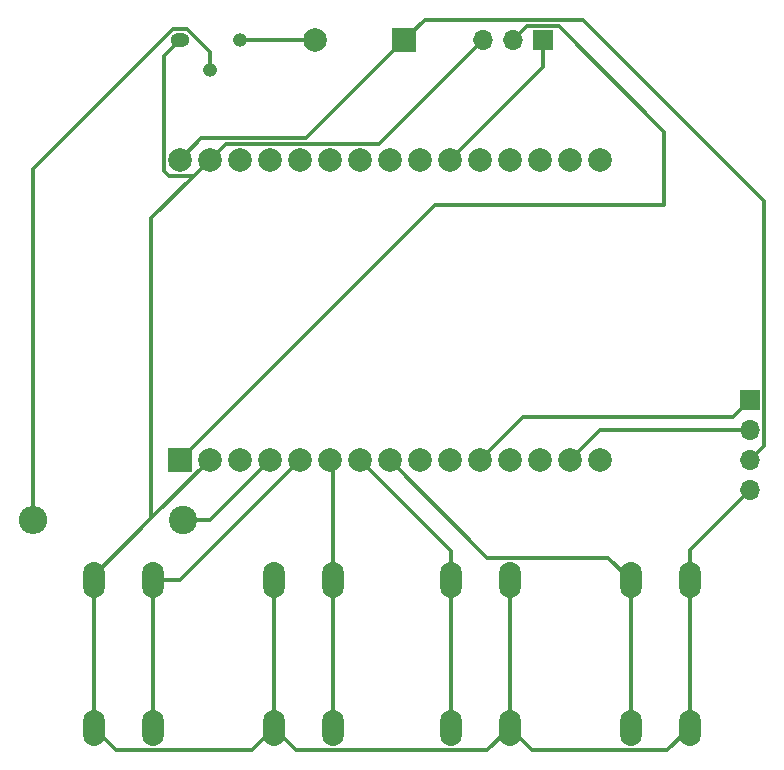
<source format=gbr>
%TF.GenerationSoftware,KiCad,Pcbnew,7.0.9*%
%TF.CreationDate,2023-11-28T22:12:24-05:00*%
%TF.ProjectId,h,682e6b69-6361-4645-9f70-636258585858,rev?*%
%TF.SameCoordinates,Original*%
%TF.FileFunction,Copper,L2,Bot*%
%TF.FilePolarity,Positive*%
%FSLAX46Y46*%
G04 Gerber Fmt 4.6, Leading zero omitted, Abs format (unit mm)*
G04 Created by KiCad (PCBNEW 7.0.9) date 2023-11-28 22:12:24*
%MOMM*%
%LPD*%
G01*
G04 APERTURE LIST*
%TA.AperFunction,ComponentPad*%
%ADD10O,1.850000X3.048000*%
%TD*%
%TA.AperFunction,ComponentPad*%
%ADD11C,2.400000*%
%TD*%
%TA.AperFunction,ComponentPad*%
%ADD12O,2.400000X2.400000*%
%TD*%
%TA.AperFunction,ComponentPad*%
%ADD13C,2.000000*%
%TD*%
%TA.AperFunction,ComponentPad*%
%ADD14R,2.000000X2.000000*%
%TD*%
%TA.AperFunction,ComponentPad*%
%ADD15O,1.200000X1.200000*%
%TD*%
%TA.AperFunction,ComponentPad*%
%ADD16O,1.600000X1.200000*%
%TD*%
%TA.AperFunction,ComponentPad*%
%ADD17O,1.700000X1.700000*%
%TD*%
%TA.AperFunction,ComponentPad*%
%ADD18R,1.700000X1.700000*%
%TD*%
%TA.AperFunction,Conductor*%
%ADD19C,0.300000*%
%TD*%
G04 APERTURE END LIST*
D10*
%TO.P,SW1,2,2*%
%TO.N,GND*%
X109300000Y-121720000D03*
X109300000Y-109220000D03*
%TO.P,SW1,1,1*%
%TO.N,/D4*%
X114300000Y-121720000D03*
X114300000Y-109220000D03*
%TD*%
D11*
%TO.P,R2,1*%
%TO.N,/D2*%
X116840000Y-104140000D03*
D12*
%TO.P,R2,2*%
%TO.N,Net-(Q1-B)*%
X104140000Y-104140000D03*
%TD*%
D13*
%TO.P,U1,16,EN*%
%TO.N,unconnected-(U1-EN-Pad16)*%
X152125000Y-73660000D03*
%TO.P,U1,17,VP*%
%TO.N,unconnected-(U1-VP-Pad17)*%
X149585000Y-73660000D03*
%TO.P,U1,18,VN*%
%TO.N,unconnected-(U1-VN-Pad18)*%
X147045000Y-73660000D03*
%TO.P,U1,19,D34*%
%TO.N,unconnected-(U1-D34-Pad19)*%
X144505000Y-73660000D03*
%TO.P,U1,20,D35*%
%TO.N,unconnected-(U1-D35-Pad20)*%
X141965000Y-73660000D03*
%TO.P,U1,21,D32*%
%TO.N,/D32*%
X139425000Y-73660000D03*
%TO.P,U1,22,D33*%
%TO.N,unconnected-(U1-D33-Pad22)*%
X136885000Y-73660000D03*
%TO.P,U1,23,D25*%
%TO.N,unconnected-(U1-D25-Pad23)*%
X134345000Y-73660000D03*
%TO.P,U1,24,D26*%
%TO.N,unconnected-(U1-D26-Pad24)*%
X131805000Y-73660000D03*
%TO.P,U1,25,D27*%
%TO.N,unconnected-(U1-D27-Pad25)*%
X129265000Y-73660000D03*
%TO.P,U1,26,D14*%
%TO.N,/D14*%
X126725000Y-73660000D03*
%TO.P,U1,27,D12*%
%TO.N,unconnected-(U1-D12-Pad27)*%
X124185000Y-73660000D03*
%TO.P,U1,28,D13*%
%TO.N,unconnected-(U1-D13-Pad28)*%
X121645000Y-73660000D03*
%TO.P,U1,29,GND*%
%TO.N,GND*%
X119105000Y-73660000D03*
%TO.P,U1,30,VIN*%
%TO.N,+5V*%
X116565000Y-73660000D03*
%TO.P,U1,15,D23*%
%TO.N,unconnected-(U1-D23-Pad15)*%
X152125000Y-99060000D03*
%TO.P,U1,14,D22*%
%TO.N,/D22*%
X149585000Y-99060000D03*
%TO.P,U1,13,TX0*%
%TO.N,unconnected-(U1-TX0-Pad13)*%
X147045000Y-99060000D03*
%TO.P,U1,12,RX0*%
%TO.N,unconnected-(U1-RX0-Pad12)*%
X144505000Y-99060000D03*
%TO.P,U1,11,D21*%
%TO.N,/D21*%
X141965000Y-99060000D03*
%TO.P,U1,10,D19*%
%TO.N,unconnected-(U1-D19-Pad10)*%
X139425000Y-99060000D03*
%TO.P,U1,9,D18*%
%TO.N,unconnected-(U1-D18-Pad9)*%
X136885000Y-99060000D03*
%TO.P,U1,8,D5*%
%TO.N,/D5*%
X134345000Y-99060000D03*
%TO.P,U1,7,TX2*%
%TO.N,/D17*%
X131805000Y-99060000D03*
%TO.P,U1,6,RX2*%
%TO.N,/D16*%
X129265000Y-99060000D03*
%TO.P,U1,5,D4*%
%TO.N,/D4*%
X126725000Y-99060000D03*
%TO.P,U1,4,D2*%
%TO.N,/D2*%
X124185000Y-99060000D03*
%TO.P,U1,3,D15*%
%TO.N,unconnected-(U1-D15-Pad3)*%
X121645000Y-99060000D03*
%TO.P,U1,2,GND*%
%TO.N,GND*%
X119105000Y-99060000D03*
D14*
%TO.P,U1,1,3V3*%
%TO.N,+3.3V*%
X116565000Y-99060000D03*
%TD*%
D10*
%TO.P,SW4,2,2*%
%TO.N,GND*%
X159745000Y-109220000D03*
X159745000Y-121720000D03*
%TO.P,SW4,1,1*%
%TO.N,/D5*%
X154745000Y-109220000D03*
X154745000Y-121720000D03*
%TD*%
%TO.P,SW3,2,2*%
%TO.N,GND*%
X144505000Y-109220000D03*
X144505000Y-121720000D03*
%TO.P,SW3,1,1*%
%TO.N,/D17*%
X139505000Y-109220000D03*
X139505000Y-121720000D03*
%TD*%
%TO.P,SW2,2,2*%
%TO.N,GND*%
X124540000Y-121720000D03*
X124540000Y-109220000D03*
%TO.P,SW2,1,1*%
%TO.N,/D16*%
X129540000Y-121720000D03*
X129540000Y-109220000D03*
%TD*%
D15*
%TO.P,Q1,3,C*%
%TO.N,Net-(BZ1-+)*%
X121645000Y-63500000D03*
%TO.P,Q1,2,B*%
%TO.N,Net-(Q1-B)*%
X119105000Y-66040000D03*
D16*
%TO.P,Q1,1,E*%
%TO.N,GND*%
X116565000Y-63500000D03*
%TD*%
D17*
%TO.P,J1,4,Pin_4*%
%TO.N,GND*%
X164825000Y-101600000D03*
%TO.P,J1,3,Pin_3*%
%TO.N,+5V*%
X164825000Y-99060000D03*
%TO.P,J1,2,Pin_2*%
%TO.N,/D22*%
X164825000Y-96520000D03*
D18*
%TO.P,J1,1,Pin_1*%
%TO.N,/D21*%
X164825000Y-93980000D03*
%TD*%
D13*
%TO.P,BZ1,2,+*%
%TO.N,Net-(BZ1-+)*%
X128005000Y-63500000D03*
D14*
%TO.P,BZ1,1,-*%
%TO.N,+5V*%
X135605000Y-63500000D03*
%TD*%
D17*
%TO.P,A1,3,GND*%
%TO.N,GND*%
X142240000Y-63500000D03*
%TO.P,A1,2,VOUT*%
%TO.N,+3.3V*%
X144780000Y-63500000D03*
D18*
%TO.P,A1,1,+VS*%
%TO.N,/D32*%
X147320000Y-63500000D03*
%TD*%
D19*
%TO.N,GND*%
X114162500Y-78602500D02*
X114162500Y-104002500D01*
X117755000Y-75010000D02*
X114162500Y-78602500D01*
X114162500Y-104002500D02*
X119105000Y-99060000D01*
X109300000Y-108865000D02*
X114162500Y-104002500D01*
%TO.N,Net-(Q1-B)*%
X104140000Y-74381497D02*
X104140000Y-104140000D01*
X115971497Y-62550000D02*
X104140000Y-74381497D01*
X117158503Y-62550000D02*
X115971497Y-62550000D01*
X119105000Y-64496497D02*
X117158503Y-62550000D01*
X119105000Y-66040000D02*
X119105000Y-64496497D01*
%TO.N,/D21*%
X163385000Y-95420000D02*
X145605000Y-95420000D01*
X145605000Y-95420000D02*
X141965000Y-99060000D01*
X164825000Y-93980000D02*
X163385000Y-95420000D01*
%TO.N,/D22*%
X152125000Y-96520000D02*
X149585000Y-99060000D01*
X164825000Y-96520000D02*
X152125000Y-96520000D01*
%TO.N,+5V*%
X166025000Y-77125000D02*
X166025000Y-97860000D01*
X166025000Y-97860000D02*
X164825000Y-99060000D01*
X150700000Y-61800000D02*
X166025000Y-77125000D01*
X137305000Y-61800000D02*
X150700000Y-61800000D01*
X135605000Y-63500000D02*
X137305000Y-61800000D01*
%TO.N,GND*%
X115650000Y-75010000D02*
X117755000Y-75010000D01*
X115215000Y-74575000D02*
X115650000Y-75010000D01*
X115215000Y-64850000D02*
X115215000Y-74575000D01*
X117755000Y-75010000D02*
X119105000Y-73660000D01*
X116565000Y-63500000D02*
X115215000Y-64850000D01*
%TO.N,+5V*%
X118415000Y-71810000D02*
X116565000Y-73660000D01*
X127295000Y-71810000D02*
X118415000Y-71810000D01*
X135605000Y-63500000D02*
X127295000Y-71810000D01*
%TO.N,+3.3V*%
X138195000Y-77430000D02*
X116565000Y-99060000D01*
X157617132Y-77430000D02*
X138195000Y-77430000D01*
X157617132Y-71257132D02*
X157617132Y-77430000D01*
X148660000Y-62300000D02*
X157617132Y-71257132D01*
X145980000Y-62300000D02*
X148660000Y-62300000D01*
X144780000Y-63500000D02*
X145980000Y-62300000D01*
%TO.N,/D32*%
X147320000Y-65765000D02*
X139425000Y-73660000D01*
X147320000Y-63500000D02*
X147320000Y-65765000D01*
%TO.N,GND*%
X120455000Y-72310000D02*
X119105000Y-73660000D01*
X133430000Y-72310000D02*
X120455000Y-72310000D01*
X142240000Y-63500000D02*
X133430000Y-72310000D01*
%TO.N,/D2*%
X119105000Y-104140000D02*
X124185000Y-99060000D01*
X116840000Y-104140000D02*
X119105000Y-104140000D01*
%TO.N,GND*%
X157871000Y-123594000D02*
X159745000Y-121720000D01*
X146379000Y-123594000D02*
X157871000Y-123594000D01*
X144505000Y-121720000D02*
X146379000Y-123594000D01*
X142631000Y-123594000D02*
X144505000Y-121720000D01*
X126414000Y-123594000D02*
X142631000Y-123594000D01*
X124540000Y-121720000D02*
X126414000Y-123594000D01*
X122666000Y-123594000D02*
X124540000Y-121720000D01*
X111174000Y-123594000D02*
X122666000Y-123594000D01*
X109300000Y-121720000D02*
X111174000Y-123594000D01*
%TO.N,/D5*%
X142631000Y-107346000D02*
X134345000Y-99060000D01*
X152871000Y-107346000D02*
X142631000Y-107346000D01*
X154745000Y-109220000D02*
X152871000Y-107346000D01*
%TO.N,/D17*%
X139505000Y-106760000D02*
X131805000Y-99060000D01*
X139505000Y-109220000D02*
X139505000Y-106760000D01*
%TO.N,/D16*%
X129540000Y-99335000D02*
X129265000Y-99060000D01*
X129540000Y-109220000D02*
X129540000Y-99335000D01*
%TO.N,/D4*%
X116565000Y-109220000D02*
X126725000Y-99060000D01*
X114300000Y-109220000D02*
X116565000Y-109220000D01*
%TO.N,GND*%
X109300000Y-109220000D02*
X109300000Y-108865000D01*
%TO.N,Net-(BZ1-+)*%
X121645000Y-63500000D02*
X128005000Y-63500000D01*
%TO.N,GND*%
X159745000Y-109220000D02*
X159745000Y-106680000D01*
X159745000Y-106680000D02*
X164825000Y-101600000D01*
X159745000Y-121720000D02*
X159745000Y-109220000D01*
%TO.N,/D5*%
X154745000Y-121720000D02*
X154745000Y-109220000D01*
%TO.N,GND*%
X144505000Y-121720000D02*
X144505000Y-109220000D01*
%TO.N,/D17*%
X139505000Y-121720000D02*
X139505000Y-109220000D01*
%TO.N,/D16*%
X129540000Y-121720000D02*
X129540000Y-109220000D01*
%TO.N,GND*%
X124540000Y-121720000D02*
X124540000Y-109220000D01*
%TO.N,/D4*%
X114300000Y-121720000D02*
X114300000Y-109220000D01*
%TO.N,GND*%
X109300000Y-121720000D02*
X109300000Y-109220000D01*
%TD*%
M02*

</source>
